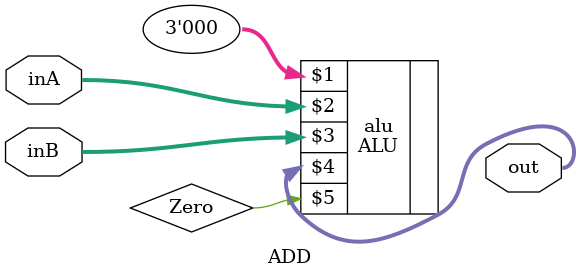
<source format=v>
`timescale 1ns / 1ps
module ADD(
    input [31:0] inA,
    input [31:0] inB,
    output [31:0] out
    );

    parameter ADD_op = 3'b000;
	wire Zero;
    ALU alu(ADD_op, inA, inB, out, Zero);

endmodule


</source>
